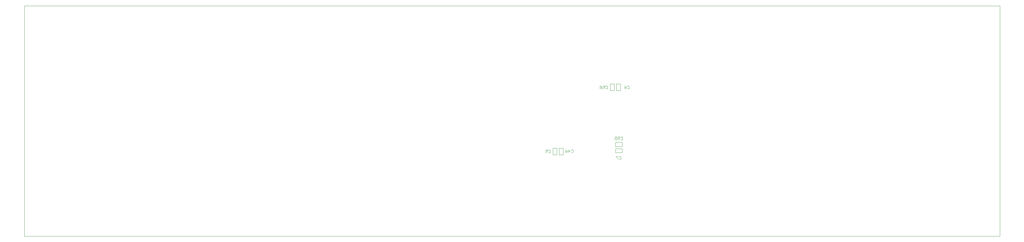
<source format=gbo>
*%FSLAX23Y23*%
*%MOIN*%
G01*
D11*
X4105Y6604D02*
X15837D01*
Y9379D02*
X4105D01*
Y6604D01*
X15837D02*
Y9379D01*
D12*
X11362Y8416D02*
X11356Y8410D01*
X11362Y8416D02*
X11374D01*
X11379Y8410D01*
Y8387D01*
X11374Y8381D01*
X11362D01*
X11356Y8387D01*
X11333Y8410D02*
X11321Y8416D01*
X11333Y8410D02*
X11344Y8398D01*
Y8387D01*
X11339Y8381D01*
X11327D01*
X11321Y8387D01*
Y8393D01*
X11327Y8398D01*
X11344D01*
X11102Y8416D02*
X11096Y8410D01*
X11102Y8416D02*
X11114D01*
X11119Y8410D01*
Y8387D01*
X11114Y8381D01*
X11102D01*
X11096Y8387D01*
X11084Y8416D02*
X11061D01*
X11084D02*
Y8398D01*
X11073Y8404D01*
X11067D01*
X11061Y8398D01*
Y8387D01*
X11067Y8381D01*
X11079D01*
X11084Y8387D01*
X11038Y8410D02*
X11026Y8416D01*
X11038Y8410D02*
X11049Y8398D01*
Y8387D01*
X11044Y8381D01*
X11032D01*
X11026Y8387D01*
Y8393D01*
X11032Y8398D01*
X11049D01*
X11282Y7801D02*
X11276Y7795D01*
X11282Y7801D02*
X11294D01*
X11299Y7795D01*
Y7772D01*
X11294Y7766D01*
X11282D01*
X11276Y7772D01*
X11264Y7801D02*
X11241D01*
X11264D02*
Y7783D01*
X11253Y7789D01*
X11247D01*
X11241Y7783D01*
Y7772D01*
X11247Y7766D01*
X11259D01*
X11264Y7772D01*
X11229Y7801D02*
X11206D01*
X11229D02*
Y7783D01*
X11218Y7789D01*
X11212D01*
X11206Y7783D01*
Y7772D01*
X11212Y7766D01*
X11224D01*
X11229Y7772D01*
X11262Y7566D02*
X11256Y7560D01*
X11262Y7566D02*
X11274D01*
X11279Y7560D01*
Y7537D01*
X11274Y7531D01*
X11262D01*
X11256Y7537D01*
X11244Y7566D02*
X11221D01*
Y7560D01*
X11244Y7537D01*
Y7531D01*
X10412Y7646D02*
X10406Y7640D01*
X10412Y7646D02*
X10424D01*
X10429Y7640D01*
Y7617D01*
X10424Y7611D01*
X10412D01*
X10406Y7617D01*
X10394Y7646D02*
X10371D01*
X10394D02*
Y7628D01*
X10383Y7634D01*
X10377D01*
X10371Y7628D01*
Y7617D01*
X10377Y7611D01*
X10389D01*
X10394Y7617D01*
X10681Y7640D02*
X10687Y7646D01*
X10699D01*
X10704Y7640D01*
Y7617D01*
X10699Y7611D01*
X10687D01*
X10681Y7617D01*
X10652Y7611D02*
Y7646D01*
X10669Y7628D01*
X10646D01*
X10623Y7640D02*
X10611Y7646D01*
X10623Y7640D02*
X10634Y7628D01*
Y7617D01*
X10629Y7611D01*
X10617D01*
X10611Y7617D01*
Y7623D01*
X10617Y7628D01*
X10634D01*
D14*
X11274Y8359D02*
Y8438D01*
X11226D02*
Y8359D01*
X11226Y8359D02*
X11274D01*
Y8438D02*
X11226D01*
X11199Y8438D02*
Y8359D01*
X11151D02*
Y8438D01*
X11151Y8359D02*
X11199D01*
Y8438D02*
X11151D01*
X11215Y7733D02*
Y7685D01*
X11294D02*
Y7733D01*
X11294Y7685D02*
X11215D01*
Y7733D02*
X11294D01*
X11215Y7658D02*
Y7610D01*
X11294D02*
Y7658D01*
X11294Y7610D02*
X11215D01*
Y7658D02*
X11294D01*
X10461Y7664D02*
Y7585D01*
X10509D02*
Y7664D01*
X10509Y7664D02*
X10461D01*
Y7585D02*
X10509D01*
X10536Y7585D02*
Y7664D01*
X10584D02*
Y7585D01*
X10584Y7664D02*
X10536D01*
Y7585D02*
X10584D01*
D02*
M02*

</source>
